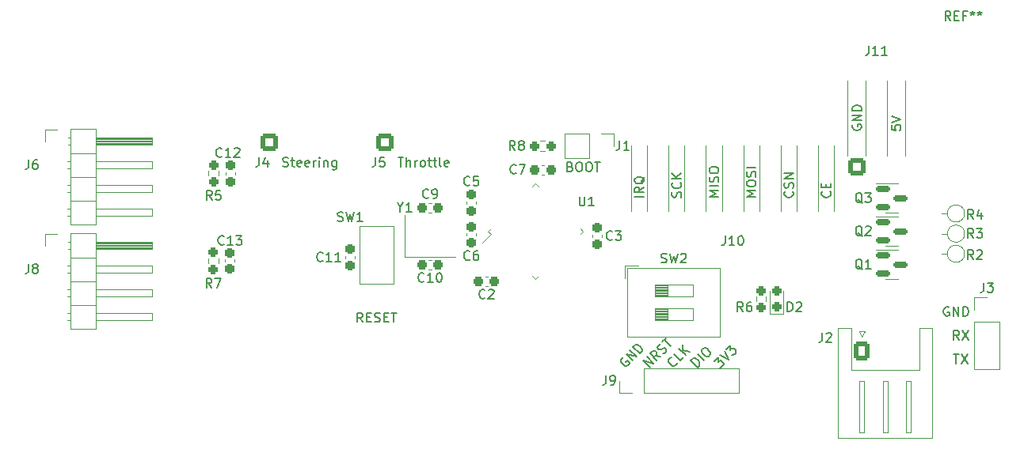
<source format=gto>
G04 #@! TF.GenerationSoftware,KiCad,Pcbnew,(6.0.2)*
G04 #@! TF.CreationDate,2022-03-23T19:36:03+01:00*
G04 #@! TF.ProjectId,ProjectTamiya_TX,50726f6a-6563-4745-9461-6d6979615f54,rev?*
G04 #@! TF.SameCoordinates,PX3750280PY4f27ac0*
G04 #@! TF.FileFunction,Legend,Top*
G04 #@! TF.FilePolarity,Positive*
%FSLAX46Y46*%
G04 Gerber Fmt 4.6, Leading zero omitted, Abs format (unit mm)*
G04 Created by KiCad (PCBNEW (6.0.2)) date 2022-03-23 19:36:03*
%MOMM*%
%LPD*%
G01*
G04 APERTURE LIST*
G04 Aperture macros list*
%AMRoundRect*
0 Rectangle with rounded corners*
0 $1 Rounding radius*
0 $2 $3 $4 $5 $6 $7 $8 $9 X,Y pos of 4 corners*
0 Add a 4 corners polygon primitive as box body*
4,1,4,$2,$3,$4,$5,$6,$7,$8,$9,$2,$3,0*
0 Add four circle primitives for the rounded corners*
1,1,$1+$1,$2,$3*
1,1,$1+$1,$4,$5*
1,1,$1+$1,$6,$7*
1,1,$1+$1,$8,$9*
0 Add four rect primitives between the rounded corners*
20,1,$1+$1,$2,$3,$4,$5,0*
20,1,$1+$1,$4,$5,$6,$7,0*
20,1,$1+$1,$6,$7,$8,$9,0*
20,1,$1+$1,$8,$9,$2,$3,0*%
G04 Aperture macros list end*
%ADD10C,0.150000*%
%ADD11C,0.120000*%
%ADD12C,5.500000*%
%ADD13R,1.700000X1.700000*%
%ADD14O,1.700000X1.700000*%
%ADD15RoundRect,0.237500X-0.237500X0.250000X-0.237500X-0.250000X0.237500X-0.250000X0.237500X0.250000X0*%
%ADD16RoundRect,0.237500X0.237500X-0.250000X0.237500X0.250000X-0.237500X0.250000X-0.237500X-0.250000X0*%
%ADD17R,1.600000X2.180000*%
%ADD18RoundRect,0.237500X-0.300000X-0.237500X0.300000X-0.237500X0.300000X0.237500X-0.300000X0.237500X0*%
%ADD19RoundRect,0.237500X-0.237500X0.300000X-0.237500X-0.300000X0.237500X-0.300000X0.237500X0.300000X0*%
%ADD20RoundRect,0.237500X0.300000X0.237500X-0.300000X0.237500X-0.300000X-0.237500X0.300000X-0.237500X0*%
%ADD21C,1.400000*%
%ADD22O,1.400000X1.400000*%
%ADD23RoundRect,0.075000X-0.415425X-0.521491X0.521491X0.415425X0.415425X0.521491X-0.521491X-0.415425X0*%
%ADD24RoundRect,0.075000X0.415425X-0.521491X0.521491X-0.415425X-0.415425X0.521491X-0.521491X0.415425X0*%
%ADD25RoundRect,0.250000X-0.675000X-0.675000X0.675000X-0.675000X0.675000X0.675000X-0.675000X0.675000X0*%
%ADD26C,1.850000*%
%ADD27RoundRect,0.250000X-0.600000X-0.725000X0.600000X-0.725000X0.600000X0.725000X-0.600000X0.725000X0*%
%ADD28O,1.700000X1.950000*%
%ADD29C,1.700000*%
%ADD30C,3.200000*%
%ADD31RoundRect,0.150000X-0.587500X-0.150000X0.587500X-0.150000X0.587500X0.150000X-0.587500X0.150000X0*%
%ADD32R,2.100000X1.800000*%
%ADD33RoundRect,0.237500X-0.250000X-0.237500X0.250000X-0.237500X0.250000X0.237500X-0.250000X0.237500X0*%
%ADD34RoundRect,0.237500X0.237500X-0.300000X0.237500X0.300000X-0.237500X0.300000X-0.237500X-0.300000X0*%
%ADD35C,1.600000*%
%ADD36O,1.600000X1.600000*%
%ADD37R,1.600000X1.600000*%
%ADD38RoundRect,0.237500X0.237500X-0.287500X0.237500X0.287500X-0.237500X0.287500X-0.237500X-0.287500X0*%
%ADD39R,1.800000X1.070000*%
%ADD40O,1.800000X1.070000*%
%ADD41C,2.000000*%
%ADD42C,2.200000*%
G04 APERTURE END LIST*
D10*
X93598380Y29582786D02*
X93598380Y29106596D01*
X94074571Y29058977D01*
X94026952Y29106596D01*
X93979333Y29201834D01*
X93979333Y29439929D01*
X94026952Y29535167D01*
X94074571Y29582786D01*
X94169809Y29630405D01*
X94407904Y29630405D01*
X94503142Y29582786D01*
X94550761Y29535167D01*
X94598380Y29439929D01*
X94598380Y29201834D01*
X94550761Y29106596D01*
X94503142Y29058977D01*
X93598380Y29916120D02*
X94598380Y30249453D01*
X93598380Y30582786D01*
X72859183Y3669421D02*
X72152076Y4376527D01*
X72320435Y4544886D01*
X72455122Y4612230D01*
X72589809Y4612230D01*
X72690824Y4578558D01*
X72859183Y4477543D01*
X72960198Y4376527D01*
X73061213Y4208169D01*
X73094885Y4107153D01*
X73094885Y3972466D01*
X73027542Y3837779D01*
X72859183Y3669421D01*
X73566290Y4376527D02*
X72859183Y5083634D01*
X73330587Y5555039D02*
X73465274Y5689726D01*
X73566290Y5723397D01*
X73700977Y5723397D01*
X73869335Y5622382D01*
X74105038Y5386680D01*
X74206053Y5218321D01*
X74206053Y5083634D01*
X74172381Y4982619D01*
X74037694Y4847932D01*
X73936679Y4814260D01*
X73801992Y4814260D01*
X73633633Y4915275D01*
X73397931Y5150978D01*
X73296916Y5319336D01*
X73296916Y5454023D01*
X73330587Y5555039D01*
X71081161Y21870777D02*
X71128780Y22013634D01*
X71128780Y22251729D01*
X71081161Y22346967D01*
X71033542Y22394586D01*
X70938304Y22442205D01*
X70843066Y22442205D01*
X70747828Y22394586D01*
X70700209Y22346967D01*
X70652590Y22251729D01*
X70604971Y22061253D01*
X70557352Y21966015D01*
X70509733Y21918396D01*
X70414495Y21870777D01*
X70319257Y21870777D01*
X70224019Y21918396D01*
X70176400Y21966015D01*
X70128780Y22061253D01*
X70128780Y22299348D01*
X70176400Y22442205D01*
X71033542Y23442205D02*
X71081161Y23394586D01*
X71128780Y23251729D01*
X71128780Y23156491D01*
X71081161Y23013634D01*
X70985923Y22918396D01*
X70890685Y22870777D01*
X70700209Y22823158D01*
X70557352Y22823158D01*
X70366876Y22870777D01*
X70271638Y22918396D01*
X70176400Y23013634D01*
X70128780Y23156491D01*
X70128780Y23251729D01*
X70176400Y23394586D01*
X70224019Y23442205D01*
X71128780Y23870777D02*
X70128780Y23870777D01*
X71128780Y24442205D02*
X70557352Y24013634D01*
X70128780Y24442205D02*
X70700209Y23870777D01*
X40838095Y26143620D02*
X41409523Y26143620D01*
X41123809Y25143620D02*
X41123809Y26143620D01*
X41742857Y25143620D02*
X41742857Y26143620D01*
X42171428Y25143620D02*
X42171428Y25667429D01*
X42123809Y25762667D01*
X42028571Y25810286D01*
X41885714Y25810286D01*
X41790476Y25762667D01*
X41742857Y25715048D01*
X42647619Y25143620D02*
X42647619Y25810286D01*
X42647619Y25619810D02*
X42695238Y25715048D01*
X42742857Y25762667D01*
X42838095Y25810286D01*
X42933333Y25810286D01*
X43409523Y25143620D02*
X43314285Y25191239D01*
X43266666Y25238858D01*
X43219047Y25334096D01*
X43219047Y25619810D01*
X43266666Y25715048D01*
X43314285Y25762667D01*
X43409523Y25810286D01*
X43552380Y25810286D01*
X43647619Y25762667D01*
X43695238Y25715048D01*
X43742857Y25619810D01*
X43742857Y25334096D01*
X43695238Y25238858D01*
X43647619Y25191239D01*
X43552380Y25143620D01*
X43409523Y25143620D01*
X44028571Y25810286D02*
X44409523Y25810286D01*
X44171428Y26143620D02*
X44171428Y25286477D01*
X44219047Y25191239D01*
X44314285Y25143620D01*
X44409523Y25143620D01*
X44600000Y25810286D02*
X44980952Y25810286D01*
X44742857Y26143620D02*
X44742857Y25286477D01*
X44790476Y25191239D01*
X44885714Y25143620D01*
X44980952Y25143620D01*
X45457142Y25143620D02*
X45361904Y25191239D01*
X45314285Y25286477D01*
X45314285Y26143620D01*
X46219047Y25191239D02*
X46123809Y25143620D01*
X45933333Y25143620D01*
X45838095Y25191239D01*
X45790476Y25286477D01*
X45790476Y25667429D01*
X45838095Y25762667D01*
X45933333Y25810286D01*
X46123809Y25810286D01*
X46219047Y25762667D01*
X46266666Y25667429D01*
X46266666Y25572191D01*
X45790476Y25476953D01*
X70655900Y4140825D02*
X70655900Y4073482D01*
X70588557Y3938795D01*
X70521213Y3871451D01*
X70386526Y3804108D01*
X70251839Y3804108D01*
X70150824Y3837779D01*
X69982465Y3938795D01*
X69881450Y4039810D01*
X69780435Y4208169D01*
X69746763Y4309184D01*
X69746763Y4443871D01*
X69814107Y4578558D01*
X69881450Y4645901D01*
X70016137Y4713245D01*
X70083481Y4713245D01*
X71363007Y4713245D02*
X71026290Y4376527D01*
X70319183Y5083634D01*
X71598709Y4948947D02*
X70891603Y5656054D01*
X72002770Y5353008D02*
X71295664Y5454023D01*
X71295664Y6060115D02*
X71295664Y5251993D01*
X100837333Y6601620D02*
X100504000Y7077810D01*
X100265904Y6601620D02*
X100265904Y7601620D01*
X100646857Y7601620D01*
X100742095Y7554000D01*
X100789714Y7506381D01*
X100837333Y7411143D01*
X100837333Y7268286D01*
X100789714Y7173048D01*
X100742095Y7125429D01*
X100646857Y7077810D01*
X100265904Y7077810D01*
X101170666Y7601620D02*
X101837333Y6601620D01*
X101837333Y7601620D02*
X101170666Y6601620D01*
X79104380Y21918396D02*
X78104380Y21918396D01*
X78818666Y22251729D01*
X78104380Y22585062D01*
X79104380Y22585062D01*
X78104380Y23251729D02*
X78104380Y23442205D01*
X78152000Y23537443D01*
X78247238Y23632681D01*
X78437714Y23680300D01*
X78771047Y23680300D01*
X78961523Y23632681D01*
X79056761Y23537443D01*
X79104380Y23442205D01*
X79104380Y23251729D01*
X79056761Y23156491D01*
X78961523Y23061253D01*
X78771047Y23013634D01*
X78437714Y23013634D01*
X78247238Y23061253D01*
X78152000Y23156491D01*
X78104380Y23251729D01*
X79056761Y24061253D02*
X79104380Y24204110D01*
X79104380Y24442205D01*
X79056761Y24537443D01*
X79009142Y24585062D01*
X78913904Y24632681D01*
X78818666Y24632681D01*
X78723428Y24585062D01*
X78675809Y24537443D01*
X78628190Y24442205D01*
X78580571Y24251729D01*
X78532952Y24156491D01*
X78485333Y24108872D01*
X78390095Y24061253D01*
X78294857Y24061253D01*
X78199619Y24108872D01*
X78152000Y24156491D01*
X78104380Y24251729D01*
X78104380Y24489824D01*
X78152000Y24632681D01*
X79104380Y25061253D02*
X78104380Y25061253D01*
X100242095Y5061620D02*
X100813523Y5061620D01*
X100527809Y4061620D02*
X100527809Y5061620D01*
X101051619Y5061620D02*
X101718285Y4061620D01*
X101718285Y5061620D02*
X101051619Y4061620D01*
X59260857Y25159429D02*
X59403714Y25111810D01*
X59451333Y25064191D01*
X59498952Y24968953D01*
X59498952Y24826096D01*
X59451333Y24730858D01*
X59403714Y24683239D01*
X59308476Y24635620D01*
X58927523Y24635620D01*
X58927523Y25635620D01*
X59260857Y25635620D01*
X59356095Y25588000D01*
X59403714Y25540381D01*
X59451333Y25445143D01*
X59451333Y25349905D01*
X59403714Y25254667D01*
X59356095Y25207048D01*
X59260857Y25159429D01*
X58927523Y25159429D01*
X60118000Y25635620D02*
X60308476Y25635620D01*
X60403714Y25588000D01*
X60498952Y25492762D01*
X60546571Y25302286D01*
X60546571Y24968953D01*
X60498952Y24778477D01*
X60403714Y24683239D01*
X60308476Y24635620D01*
X60118000Y24635620D01*
X60022761Y24683239D01*
X59927523Y24778477D01*
X59879904Y24968953D01*
X59879904Y25302286D01*
X59927523Y25492762D01*
X60022761Y25588000D01*
X60118000Y25635620D01*
X61165619Y25635620D02*
X61356095Y25635620D01*
X61451333Y25588000D01*
X61546571Y25492762D01*
X61594190Y25302286D01*
X61594190Y24968953D01*
X61546571Y24778477D01*
X61451333Y24683239D01*
X61356095Y24635620D01*
X61165619Y24635620D01*
X61070380Y24683239D01*
X60975142Y24778477D01*
X60927523Y24968953D01*
X60927523Y25302286D01*
X60975142Y25492762D01*
X61070380Y25588000D01*
X61165619Y25635620D01*
X61879904Y25635620D02*
X62451333Y25635620D01*
X62165619Y24635620D02*
X62165619Y25635620D01*
X75116580Y21918396D02*
X74116580Y21918396D01*
X74830866Y22251729D01*
X74116580Y22585062D01*
X75116580Y22585062D01*
X75116580Y23061253D02*
X74116580Y23061253D01*
X75068961Y23489824D02*
X75116580Y23632681D01*
X75116580Y23870777D01*
X75068961Y23966015D01*
X75021342Y24013634D01*
X74926104Y24061253D01*
X74830866Y24061253D01*
X74735628Y24013634D01*
X74688009Y23966015D01*
X74640390Y23870777D01*
X74592771Y23680300D01*
X74545152Y23585062D01*
X74497533Y23537443D01*
X74402295Y23489824D01*
X74307057Y23489824D01*
X74211819Y23537443D01*
X74164200Y23585062D01*
X74116580Y23680300D01*
X74116580Y23918396D01*
X74164200Y24061253D01*
X74116580Y24680300D02*
X74116580Y24870777D01*
X74164200Y24966015D01*
X74259438Y25061253D01*
X74449914Y25108872D01*
X74783247Y25108872D01*
X74973723Y25061253D01*
X75068961Y24966015D01*
X75116580Y24870777D01*
X75116580Y24680300D01*
X75068961Y24585062D01*
X74973723Y24489824D01*
X74783247Y24442205D01*
X74449914Y24442205D01*
X74259438Y24489824D01*
X74164200Y24585062D01*
X74116580Y24680300D01*
X64936137Y4713245D02*
X64835122Y4679573D01*
X64734107Y4578558D01*
X64666763Y4443871D01*
X64666763Y4309184D01*
X64700435Y4208169D01*
X64801450Y4039810D01*
X64902465Y3938795D01*
X65070824Y3837779D01*
X65171839Y3804108D01*
X65306526Y3804108D01*
X65441213Y3871451D01*
X65508557Y3938795D01*
X65575900Y4073482D01*
X65575900Y4140825D01*
X65340198Y4376527D01*
X65205511Y4241840D01*
X65946290Y4376527D02*
X65239183Y5083634D01*
X66350351Y4780588D01*
X65643244Y5487695D01*
X66687068Y5117306D02*
X65979961Y5824413D01*
X66148320Y5992771D01*
X66283007Y6060115D01*
X66417694Y6060115D01*
X66518709Y6026443D01*
X66687068Y5925428D01*
X66788083Y5824413D01*
X66889099Y5656054D01*
X66922770Y5555039D01*
X66922770Y5420352D01*
X66855427Y5285665D01*
X66687068Y5117306D01*
X87035542Y22489824D02*
X87083161Y22442205D01*
X87130780Y22299348D01*
X87130780Y22204110D01*
X87083161Y22061253D01*
X86987923Y21966015D01*
X86892685Y21918396D01*
X86702209Y21870777D01*
X86559352Y21870777D01*
X86368876Y21918396D01*
X86273638Y21966015D01*
X86178400Y22061253D01*
X86130780Y22204110D01*
X86130780Y22299348D01*
X86178400Y22442205D01*
X86226019Y22489824D01*
X86606971Y22918396D02*
X86606971Y23251729D01*
X87130780Y23394586D02*
X87130780Y22918396D01*
X86130780Y22918396D01*
X86130780Y23394586D01*
X83022342Y22489824D02*
X83069961Y22442205D01*
X83117580Y22299348D01*
X83117580Y22204110D01*
X83069961Y22061253D01*
X82974723Y21966015D01*
X82879485Y21918396D01*
X82689009Y21870777D01*
X82546152Y21870777D01*
X82355676Y21918396D01*
X82260438Y21966015D01*
X82165200Y22061253D01*
X82117580Y22204110D01*
X82117580Y22299348D01*
X82165200Y22442205D01*
X82212819Y22489824D01*
X83069961Y22870777D02*
X83117580Y23013634D01*
X83117580Y23251729D01*
X83069961Y23346967D01*
X83022342Y23394586D01*
X82927104Y23442205D01*
X82831866Y23442205D01*
X82736628Y23394586D01*
X82689009Y23346967D01*
X82641390Y23251729D01*
X82593771Y23061253D01*
X82546152Y22966015D01*
X82498533Y22918396D01*
X82403295Y22870777D01*
X82308057Y22870777D01*
X82212819Y22918396D01*
X82165200Y22966015D01*
X82117580Y23061253D01*
X82117580Y23299348D01*
X82165200Y23442205D01*
X83117580Y23870777D02*
X82117580Y23870777D01*
X83117580Y24442205D01*
X82117580Y24442205D01*
X89455000Y29630405D02*
X89407380Y29535167D01*
X89407380Y29392310D01*
X89455000Y29249453D01*
X89550238Y29154215D01*
X89645476Y29106596D01*
X89835952Y29058977D01*
X89978809Y29058977D01*
X90169285Y29106596D01*
X90264523Y29154215D01*
X90359761Y29249453D01*
X90407380Y29392310D01*
X90407380Y29487548D01*
X90359761Y29630405D01*
X90312142Y29678024D01*
X89978809Y29678024D01*
X89978809Y29487548D01*
X90407380Y30106596D02*
X89407380Y30106596D01*
X90407380Y30678024D01*
X89407380Y30678024D01*
X90407380Y31154215D02*
X89407380Y31154215D01*
X89407380Y31392310D01*
X89455000Y31535167D01*
X89550238Y31630405D01*
X89645476Y31678024D01*
X89835952Y31725643D01*
X89978809Y31725643D01*
X90169285Y31678024D01*
X90264523Y31630405D01*
X90359761Y31535167D01*
X90407380Y31392310D01*
X90407380Y31154215D01*
X28527047Y25191239D02*
X28669904Y25143620D01*
X28908000Y25143620D01*
X29003238Y25191239D01*
X29050857Y25238858D01*
X29098476Y25334096D01*
X29098476Y25429334D01*
X29050857Y25524572D01*
X29003238Y25572191D01*
X28908000Y25619810D01*
X28717523Y25667429D01*
X28622285Y25715048D01*
X28574666Y25762667D01*
X28527047Y25857905D01*
X28527047Y25953143D01*
X28574666Y26048381D01*
X28622285Y26096000D01*
X28717523Y26143620D01*
X28955619Y26143620D01*
X29098476Y26096000D01*
X29384190Y25810286D02*
X29765142Y25810286D01*
X29527047Y26143620D02*
X29527047Y25286477D01*
X29574666Y25191239D01*
X29669904Y25143620D01*
X29765142Y25143620D01*
X30479428Y25191239D02*
X30384190Y25143620D01*
X30193714Y25143620D01*
X30098476Y25191239D01*
X30050857Y25286477D01*
X30050857Y25667429D01*
X30098476Y25762667D01*
X30193714Y25810286D01*
X30384190Y25810286D01*
X30479428Y25762667D01*
X30527047Y25667429D01*
X30527047Y25572191D01*
X30050857Y25476953D01*
X31336571Y25191239D02*
X31241333Y25143620D01*
X31050857Y25143620D01*
X30955619Y25191239D01*
X30908000Y25286477D01*
X30908000Y25667429D01*
X30955619Y25762667D01*
X31050857Y25810286D01*
X31241333Y25810286D01*
X31336571Y25762667D01*
X31384190Y25667429D01*
X31384190Y25572191D01*
X30908000Y25476953D01*
X31812761Y25143620D02*
X31812761Y25810286D01*
X31812761Y25619810D02*
X31860380Y25715048D01*
X31908000Y25762667D01*
X32003238Y25810286D01*
X32098476Y25810286D01*
X32431809Y25143620D02*
X32431809Y25810286D01*
X32431809Y26143620D02*
X32384190Y26096000D01*
X32431809Y26048381D01*
X32479428Y26096000D01*
X32431809Y26143620D01*
X32431809Y26048381D01*
X32908000Y25810286D02*
X32908000Y25143620D01*
X32908000Y25715048D02*
X32955619Y25762667D01*
X33050857Y25810286D01*
X33193714Y25810286D01*
X33288952Y25762667D01*
X33336571Y25667429D01*
X33336571Y25143620D01*
X34241333Y25810286D02*
X34241333Y25000762D01*
X34193714Y24905524D01*
X34146095Y24857905D01*
X34050857Y24810286D01*
X33908000Y24810286D01*
X33812761Y24857905D01*
X34241333Y25191239D02*
X34146095Y25143620D01*
X33955619Y25143620D01*
X33860380Y25191239D01*
X33812761Y25238858D01*
X33765142Y25334096D01*
X33765142Y25619810D01*
X33812761Y25715048D01*
X33860380Y25762667D01*
X33955619Y25810286D01*
X34146095Y25810286D01*
X34241333Y25762667D01*
X37067619Y8506620D02*
X36734285Y8982810D01*
X36496190Y8506620D02*
X36496190Y9506620D01*
X36877142Y9506620D01*
X36972380Y9459000D01*
X37020000Y9411381D01*
X37067619Y9316143D01*
X37067619Y9173286D01*
X37020000Y9078048D01*
X36972380Y9030429D01*
X36877142Y8982810D01*
X36496190Y8982810D01*
X37496190Y9030429D02*
X37829523Y9030429D01*
X37972380Y8506620D02*
X37496190Y8506620D01*
X37496190Y9506620D01*
X37972380Y9506620D01*
X38353333Y8554239D02*
X38496190Y8506620D01*
X38734285Y8506620D01*
X38829523Y8554239D01*
X38877142Y8601858D01*
X38924761Y8697096D01*
X38924761Y8792334D01*
X38877142Y8887572D01*
X38829523Y8935191D01*
X38734285Y8982810D01*
X38543809Y9030429D01*
X38448571Y9078048D01*
X38400952Y9125667D01*
X38353333Y9220905D01*
X38353333Y9316143D01*
X38400952Y9411381D01*
X38448571Y9459000D01*
X38543809Y9506620D01*
X38781904Y9506620D01*
X38924761Y9459000D01*
X39353333Y9030429D02*
X39686666Y9030429D01*
X39829523Y8506620D02*
X39353333Y8506620D01*
X39353333Y9506620D01*
X39829523Y9506620D01*
X40115238Y9506620D02*
X40686666Y9506620D01*
X40400952Y8506620D02*
X40400952Y9506620D01*
X74624733Y4309184D02*
X75062465Y4746917D01*
X75096137Y4241840D01*
X75197152Y4342856D01*
X75298168Y4376527D01*
X75365511Y4376527D01*
X75466526Y4342856D01*
X75634885Y4174497D01*
X75668557Y4073482D01*
X75668557Y4006138D01*
X75634885Y3905123D01*
X75432855Y3703092D01*
X75331839Y3669421D01*
X75264496Y3669421D01*
X75264496Y4948947D02*
X76207305Y4477543D01*
X75735900Y5420352D01*
X75904259Y5588710D02*
X76341992Y6026443D01*
X76375664Y5521367D01*
X76476679Y5622382D01*
X76577694Y5656054D01*
X76645038Y5656054D01*
X76746053Y5622382D01*
X76914412Y5454023D01*
X76948083Y5353008D01*
X76948083Y5285665D01*
X76914412Y5184649D01*
X76712381Y4982619D01*
X76611366Y4948947D01*
X76544022Y4948947D01*
X99734095Y10094000D02*
X99638857Y10141620D01*
X99496000Y10141620D01*
X99353142Y10094000D01*
X99257904Y9998762D01*
X99210285Y9903524D01*
X99162666Y9713048D01*
X99162666Y9570191D01*
X99210285Y9379715D01*
X99257904Y9284477D01*
X99353142Y9189239D01*
X99496000Y9141620D01*
X99591238Y9141620D01*
X99734095Y9189239D01*
X99781714Y9236858D01*
X99781714Y9570191D01*
X99591238Y9570191D01*
X100210285Y9141620D02*
X100210285Y10141620D01*
X100781714Y9141620D01*
X100781714Y10141620D01*
X101257904Y9141620D02*
X101257904Y10141620D01*
X101496000Y10141620D01*
X101638857Y10094000D01*
X101734095Y9998762D01*
X101781714Y9903524D01*
X101829333Y9713048D01*
X101829333Y9570191D01*
X101781714Y9379715D01*
X101734095Y9284477D01*
X101638857Y9189239D01*
X101496000Y9141620D01*
X101257904Y9141620D01*
X67115580Y21918396D02*
X66115580Y21918396D01*
X67115580Y22966015D02*
X66639390Y22632681D01*
X67115580Y22394586D02*
X66115580Y22394586D01*
X66115580Y22775539D01*
X66163200Y22870777D01*
X66210819Y22918396D01*
X66306057Y22966015D01*
X66448914Y22966015D01*
X66544152Y22918396D01*
X66591771Y22870777D01*
X66639390Y22775539D01*
X66639390Y22394586D01*
X67210819Y24061253D02*
X67163200Y23966015D01*
X67067961Y23870777D01*
X66925104Y23727920D01*
X66877485Y23632681D01*
X66877485Y23537443D01*
X67115580Y23585062D02*
X67067961Y23489824D01*
X66972723Y23394586D01*
X66782247Y23346967D01*
X66448914Y23346967D01*
X66258438Y23394586D01*
X66163200Y23489824D01*
X66115580Y23585062D01*
X66115580Y23775539D01*
X66163200Y23870777D01*
X66258438Y23966015D01*
X66448914Y24013634D01*
X66782247Y24013634D01*
X66972723Y23966015D01*
X67067961Y23870777D01*
X67115580Y23775539D01*
X67115580Y23585062D01*
X67779183Y3669421D02*
X67072076Y4376527D01*
X68183244Y4073482D01*
X67476137Y4780588D01*
X68924022Y4814260D02*
X68351603Y4915275D01*
X68519961Y4410199D02*
X67812855Y5117306D01*
X68082229Y5386680D01*
X68183244Y5420352D01*
X68250587Y5420352D01*
X68351603Y5386680D01*
X68452618Y5285665D01*
X68486290Y5184649D01*
X68486290Y5117306D01*
X68452618Y5016291D01*
X68183244Y4746917D01*
X69159725Y5117306D02*
X69294412Y5184649D01*
X69462770Y5353008D01*
X69496442Y5454023D01*
X69496442Y5521367D01*
X69462770Y5622382D01*
X69395427Y5689726D01*
X69294412Y5723397D01*
X69227068Y5723397D01*
X69126053Y5689726D01*
X68957694Y5588710D01*
X68856679Y5555039D01*
X68789335Y5555039D01*
X68688320Y5588710D01*
X68620977Y5656054D01*
X68587305Y5757069D01*
X68587305Y5824413D01*
X68620977Y5925428D01*
X68789335Y6093787D01*
X68924022Y6161130D01*
X69092381Y6396832D02*
X69496442Y6800893D01*
X70001518Y5891756D02*
X69294412Y6598863D01*
X99916666Y40797620D02*
X99583333Y41273810D01*
X99345238Y40797620D02*
X99345238Y41797620D01*
X99726190Y41797620D01*
X99821428Y41750000D01*
X99869047Y41702381D01*
X99916666Y41607143D01*
X99916666Y41464286D01*
X99869047Y41369048D01*
X99821428Y41321429D01*
X99726190Y41273810D01*
X99345238Y41273810D01*
X100345238Y41321429D02*
X100678571Y41321429D01*
X100821428Y40797620D02*
X100345238Y40797620D01*
X100345238Y41797620D01*
X100821428Y41797620D01*
X101583333Y41321429D02*
X101250000Y41321429D01*
X101250000Y40797620D02*
X101250000Y41797620D01*
X101726190Y41797620D01*
X102250000Y41797620D02*
X102250000Y41559524D01*
X102011904Y41654762D02*
X102250000Y41559524D01*
X102488095Y41654762D01*
X102107142Y41369048D02*
X102250000Y41559524D01*
X102392857Y41369048D01*
X103011904Y41797620D02*
X103011904Y41559524D01*
X102773809Y41654762D02*
X103011904Y41559524D01*
X103250000Y41654762D01*
X102869047Y41369048D02*
X103011904Y41559524D01*
X103154761Y41369048D01*
X1356666Y14713620D02*
X1356666Y13999334D01*
X1309047Y13856477D01*
X1213809Y13761239D01*
X1070952Y13713620D01*
X975714Y13713620D01*
X1975714Y14285048D02*
X1880476Y14332667D01*
X1832857Y14380286D01*
X1785238Y14475524D01*
X1785238Y14523143D01*
X1832857Y14618381D01*
X1880476Y14666000D01*
X1975714Y14713620D01*
X2166190Y14713620D01*
X2261428Y14666000D01*
X2309047Y14618381D01*
X2356666Y14523143D01*
X2356666Y14475524D01*
X2309047Y14380286D01*
X2261428Y14332667D01*
X2166190Y14285048D01*
X1975714Y14285048D01*
X1880476Y14237429D01*
X1832857Y14189810D01*
X1785238Y14094572D01*
X1785238Y13904096D01*
X1832857Y13808858D01*
X1880476Y13761239D01*
X1975714Y13713620D01*
X2166190Y13713620D01*
X2261428Y13761239D01*
X2309047Y13808858D01*
X2356666Y13904096D01*
X2356666Y14094572D01*
X2309047Y14189810D01*
X2261428Y14237429D01*
X2166190Y14285048D01*
X20930833Y12189620D02*
X20597500Y12665810D01*
X20359404Y12189620D02*
X20359404Y13189620D01*
X20740357Y13189620D01*
X20835595Y13142000D01*
X20883214Y13094381D01*
X20930833Y12999143D01*
X20930833Y12856286D01*
X20883214Y12761048D01*
X20835595Y12713429D01*
X20740357Y12665810D01*
X20359404Y12665810D01*
X21264166Y13189620D02*
X21930833Y13189620D01*
X21502261Y12189620D01*
X77723333Y9649620D02*
X77390000Y10125810D01*
X77151904Y9649620D02*
X77151904Y10649620D01*
X77532857Y10649620D01*
X77628095Y10602000D01*
X77675714Y10554381D01*
X77723333Y10459143D01*
X77723333Y10316286D01*
X77675714Y10221048D01*
X77628095Y10173429D01*
X77532857Y10125810D01*
X77151904Y10125810D01*
X78580476Y10649620D02*
X78390000Y10649620D01*
X78294761Y10602000D01*
X78247142Y10554381D01*
X78151904Y10411524D01*
X78104285Y10221048D01*
X78104285Y9840096D01*
X78151904Y9744858D01*
X78199523Y9697239D01*
X78294761Y9649620D01*
X78485238Y9649620D01*
X78580476Y9697239D01*
X78628095Y9744858D01*
X78675714Y9840096D01*
X78675714Y10078191D01*
X78628095Y10173429D01*
X78580476Y10221048D01*
X78485238Y10268667D01*
X78294761Y10268667D01*
X78199523Y10221048D01*
X78151904Y10173429D01*
X78104285Y10078191D01*
X63078666Y2775620D02*
X63078666Y2061334D01*
X63031047Y1918477D01*
X62935809Y1823239D01*
X62792952Y1775620D01*
X62697714Y1775620D01*
X63602476Y1775620D02*
X63792952Y1775620D01*
X63888190Y1823239D01*
X63935809Y1870858D01*
X64031047Y2013715D01*
X64078666Y2204191D01*
X64078666Y2585143D01*
X64031047Y2680381D01*
X63983428Y2728000D01*
X63888190Y2775620D01*
X63697714Y2775620D01*
X63602476Y2728000D01*
X63554857Y2680381D01*
X63507238Y2585143D01*
X63507238Y2347048D01*
X63554857Y2251810D01*
X63602476Y2204191D01*
X63697714Y2156572D01*
X63888190Y2156572D01*
X63983428Y2204191D01*
X64031047Y2251810D01*
X64078666Y2347048D01*
X34392666Y19349239D02*
X34535523Y19301620D01*
X34773619Y19301620D01*
X34868857Y19349239D01*
X34916476Y19396858D01*
X34964095Y19492096D01*
X34964095Y19587334D01*
X34916476Y19682572D01*
X34868857Y19730191D01*
X34773619Y19777810D01*
X34583142Y19825429D01*
X34487904Y19873048D01*
X34440285Y19920667D01*
X34392666Y20015905D01*
X34392666Y20111143D01*
X34440285Y20206381D01*
X34487904Y20254000D01*
X34583142Y20301620D01*
X34821238Y20301620D01*
X34964095Y20254000D01*
X35297428Y20301620D02*
X35535523Y19301620D01*
X35726000Y20015905D01*
X35916476Y19301620D01*
X36154571Y20301620D01*
X37059333Y19301620D02*
X36487904Y19301620D01*
X36773619Y19301620D02*
X36773619Y20301620D01*
X36678380Y20158762D01*
X36583142Y20063524D01*
X36487904Y20015905D01*
X53466333Y24476858D02*
X53418714Y24429239D01*
X53275857Y24381620D01*
X53180619Y24381620D01*
X53037761Y24429239D01*
X52942523Y24524477D01*
X52894904Y24619715D01*
X52847285Y24810191D01*
X52847285Y24953048D01*
X52894904Y25143524D01*
X52942523Y25238762D01*
X53037761Y25334000D01*
X53180619Y25381620D01*
X53275857Y25381620D01*
X53418714Y25334000D01*
X53466333Y25286381D01*
X53799666Y25381620D02*
X54466333Y25381620D01*
X54037761Y24381620D01*
X22232642Y16856858D02*
X22185023Y16809239D01*
X22042166Y16761620D01*
X21946928Y16761620D01*
X21804071Y16809239D01*
X21708833Y16904477D01*
X21661214Y16999715D01*
X21613595Y17190191D01*
X21613595Y17333048D01*
X21661214Y17523524D01*
X21708833Y17618762D01*
X21804071Y17714000D01*
X21946928Y17761620D01*
X22042166Y17761620D01*
X22185023Y17714000D01*
X22232642Y17666381D01*
X23185023Y16761620D02*
X22613595Y16761620D01*
X22899309Y16761620D02*
X22899309Y17761620D01*
X22804071Y17618762D01*
X22708833Y17523524D01*
X22613595Y17475905D01*
X23518357Y17761620D02*
X24137404Y17761620D01*
X23804071Y17380667D01*
X23946928Y17380667D01*
X24042166Y17333048D01*
X24089785Y17285429D01*
X24137404Y17190191D01*
X24137404Y16952096D01*
X24089785Y16856858D01*
X24042166Y16809239D01*
X23946928Y16761620D01*
X23661214Y16761620D01*
X23565976Y16809239D01*
X23518357Y16856858D01*
X50137833Y11108858D02*
X50090214Y11061239D01*
X49947357Y11013620D01*
X49852119Y11013620D01*
X49709261Y11061239D01*
X49614023Y11156477D01*
X49566404Y11251715D01*
X49518785Y11442191D01*
X49518785Y11585048D01*
X49566404Y11775524D01*
X49614023Y11870762D01*
X49709261Y11966000D01*
X49852119Y12013620D01*
X49947357Y12013620D01*
X50090214Y11966000D01*
X50137833Y11918381D01*
X50518785Y11918381D02*
X50566404Y11966000D01*
X50661642Y12013620D01*
X50899738Y12013620D01*
X50994976Y11966000D01*
X51042595Y11918381D01*
X51090214Y11823143D01*
X51090214Y11727905D01*
X51042595Y11585048D01*
X50471166Y11013620D01*
X51090214Y11013620D01*
X102361333Y17523620D02*
X102028000Y17999810D01*
X101789904Y17523620D02*
X101789904Y18523620D01*
X102170857Y18523620D01*
X102266095Y18476000D01*
X102313714Y18428381D01*
X102361333Y18333143D01*
X102361333Y18190286D01*
X102313714Y18095048D01*
X102266095Y18047429D01*
X102170857Y17999810D01*
X101789904Y17999810D01*
X102694666Y18523620D02*
X103313714Y18523620D01*
X102980380Y18142667D01*
X103123238Y18142667D01*
X103218476Y18095048D01*
X103266095Y18047429D01*
X103313714Y17952191D01*
X103313714Y17714096D01*
X103266095Y17618858D01*
X103218476Y17571239D01*
X103123238Y17523620D01*
X102837523Y17523620D01*
X102742285Y17571239D01*
X102694666Y17618858D01*
X102361333Y15237620D02*
X102028000Y15713810D01*
X101789904Y15237620D02*
X101789904Y16237620D01*
X102170857Y16237620D01*
X102266095Y16190000D01*
X102313714Y16142381D01*
X102361333Y16047143D01*
X102361333Y15904286D01*
X102313714Y15809048D01*
X102266095Y15761429D01*
X102170857Y15713810D01*
X101789904Y15713810D01*
X102742285Y16142381D02*
X102789904Y16190000D01*
X102885142Y16237620D01*
X103123238Y16237620D01*
X103218476Y16190000D01*
X103266095Y16142381D01*
X103313714Y16047143D01*
X103313714Y15951905D01*
X103266095Y15809048D01*
X102694666Y15237620D01*
X103313714Y15237620D01*
X60237095Y21952620D02*
X60237095Y21143096D01*
X60284714Y21047858D01*
X60332333Y21000239D01*
X60427571Y20952620D01*
X60618047Y20952620D01*
X60713285Y21000239D01*
X60760904Y21047858D01*
X60808523Y21143096D01*
X60808523Y21952620D01*
X61808523Y20952620D02*
X61237095Y20952620D01*
X61522809Y20952620D02*
X61522809Y21952620D01*
X61427571Y21809762D01*
X61332333Y21714524D01*
X61237095Y21666905D01*
X38440666Y26143620D02*
X38440666Y25429334D01*
X38393047Y25286477D01*
X38297809Y25191239D01*
X38154952Y25143620D01*
X38059714Y25143620D01*
X39393047Y26143620D02*
X38916857Y26143620D01*
X38869238Y25667429D01*
X38916857Y25715048D01*
X39012095Y25762667D01*
X39250190Y25762667D01*
X39345428Y25715048D01*
X39393047Y25667429D01*
X39440666Y25572191D01*
X39440666Y25334096D01*
X39393047Y25238858D01*
X39345428Y25191239D01*
X39250190Y25143620D01*
X39012095Y25143620D01*
X38916857Y25191239D01*
X38869238Y25238858D01*
X86192666Y7347620D02*
X86192666Y6633334D01*
X86145047Y6490477D01*
X86049809Y6395239D01*
X85906952Y6347620D01*
X85811714Y6347620D01*
X86621238Y7252381D02*
X86668857Y7300000D01*
X86764095Y7347620D01*
X87002190Y7347620D01*
X87097428Y7300000D01*
X87145047Y7252381D01*
X87192666Y7157143D01*
X87192666Y7061905D01*
X87145047Y6919048D01*
X86573619Y6347620D01*
X87192666Y6347620D01*
X64543166Y27921620D02*
X64543166Y27207334D01*
X64495547Y27064477D01*
X64400309Y26969239D01*
X64257452Y26921620D01*
X64162214Y26921620D01*
X65543166Y26921620D02*
X64971738Y26921620D01*
X65257452Y26921620D02*
X65257452Y27921620D01*
X65162214Y27778762D01*
X65066976Y27683524D01*
X64971738Y27635905D01*
X63753333Y17364858D02*
X63705714Y17317239D01*
X63562857Y17269620D01*
X63467619Y17269620D01*
X63324761Y17317239D01*
X63229523Y17412477D01*
X63181904Y17507715D01*
X63134285Y17698191D01*
X63134285Y17841048D01*
X63181904Y18031524D01*
X63229523Y18126762D01*
X63324761Y18222000D01*
X63467619Y18269620D01*
X63562857Y18269620D01*
X63705714Y18222000D01*
X63753333Y18174381D01*
X64086666Y18269620D02*
X64705714Y18269620D01*
X64372380Y17888667D01*
X64515238Y17888667D01*
X64610476Y17841048D01*
X64658095Y17793429D01*
X64705714Y17698191D01*
X64705714Y17460096D01*
X64658095Y17364858D01*
X64610476Y17317239D01*
X64515238Y17269620D01*
X64229523Y17269620D01*
X64134285Y17317239D01*
X64086666Y17364858D01*
X43618642Y12886858D02*
X43571023Y12839239D01*
X43428166Y12791620D01*
X43332928Y12791620D01*
X43190071Y12839239D01*
X43094833Y12934477D01*
X43047214Y13029715D01*
X42999595Y13220191D01*
X42999595Y13363048D01*
X43047214Y13553524D01*
X43094833Y13648762D01*
X43190071Y13744000D01*
X43332928Y13791620D01*
X43428166Y13791620D01*
X43571023Y13744000D01*
X43618642Y13696381D01*
X44571023Y12791620D02*
X43999595Y12791620D01*
X44285309Y12791620D02*
X44285309Y13791620D01*
X44190071Y13648762D01*
X44094833Y13553524D01*
X43999595Y13505905D01*
X45190071Y13791620D02*
X45285309Y13791620D01*
X45380547Y13744000D01*
X45428166Y13696381D01*
X45475785Y13601143D01*
X45523404Y13410667D01*
X45523404Y13172572D01*
X45475785Y12982096D01*
X45428166Y12886858D01*
X45380547Y12839239D01*
X45285309Y12791620D01*
X45190071Y12791620D01*
X45094833Y12839239D01*
X45047214Y12886858D01*
X44999595Y12982096D01*
X44951976Y13172572D01*
X44951976Y13410667D01*
X44999595Y13601143D01*
X45047214Y13696381D01*
X45094833Y13744000D01*
X45190071Y13791620D01*
X90494761Y14126381D02*
X90399523Y14174000D01*
X90304285Y14269239D01*
X90161428Y14412096D01*
X90066190Y14459715D01*
X89970952Y14459715D01*
X90018571Y14221620D02*
X89923333Y14269239D01*
X89828095Y14364477D01*
X89780476Y14554953D01*
X89780476Y14888286D01*
X89828095Y15078762D01*
X89923333Y15174000D01*
X90018571Y15221620D01*
X90209047Y15221620D01*
X90304285Y15174000D01*
X90399523Y15078762D01*
X90447142Y14888286D01*
X90447142Y14554953D01*
X90399523Y14364477D01*
X90304285Y14269239D01*
X90209047Y14221620D01*
X90018571Y14221620D01*
X91399523Y14221620D02*
X90828095Y14221620D01*
X91113809Y14221620D02*
X91113809Y15221620D01*
X91018571Y15078762D01*
X90923333Y14983524D01*
X90828095Y14935905D01*
X25994666Y26143620D02*
X25994666Y25429334D01*
X25947047Y25286477D01*
X25851809Y25191239D01*
X25708952Y25143620D01*
X25613714Y25143620D01*
X26899428Y25810286D02*
X26899428Y25143620D01*
X26661333Y26191239D02*
X26423238Y25476953D01*
X27042285Y25476953D01*
X44094833Y21842858D02*
X44047214Y21795239D01*
X43904357Y21747620D01*
X43809119Y21747620D01*
X43666261Y21795239D01*
X43571023Y21890477D01*
X43523404Y21985715D01*
X43475785Y22176191D01*
X43475785Y22319048D01*
X43523404Y22509524D01*
X43571023Y22604762D01*
X43666261Y22700000D01*
X43809119Y22747620D01*
X43904357Y22747620D01*
X44047214Y22700000D01*
X44094833Y22652381D01*
X44571023Y21747620D02*
X44761500Y21747620D01*
X44856738Y21795239D01*
X44904357Y21842858D01*
X44999595Y21985715D01*
X45047214Y22176191D01*
X45047214Y22557143D01*
X44999595Y22652381D01*
X44951976Y22700000D01*
X44856738Y22747620D01*
X44666261Y22747620D01*
X44571023Y22700000D01*
X44523404Y22652381D01*
X44475785Y22557143D01*
X44475785Y22319048D01*
X44523404Y22223810D01*
X44571023Y22176191D01*
X44666261Y22128572D01*
X44856738Y22128572D01*
X44951976Y22176191D01*
X44999595Y22223810D01*
X45047214Y22319048D01*
X102361333Y19555620D02*
X102028000Y20031810D01*
X101789904Y19555620D02*
X101789904Y20555620D01*
X102170857Y20555620D01*
X102266095Y20508000D01*
X102313714Y20460381D01*
X102361333Y20365143D01*
X102361333Y20222286D01*
X102313714Y20127048D01*
X102266095Y20079429D01*
X102170857Y20031810D01*
X101789904Y20031810D01*
X103218476Y20222286D02*
X103218476Y19555620D01*
X102980380Y20603239D02*
X102742285Y19888953D01*
X103361333Y19888953D01*
X41091809Y20793810D02*
X41091809Y20317620D01*
X40758476Y21317620D02*
X41091809Y20793810D01*
X41425142Y21317620D01*
X42282285Y20317620D02*
X41710857Y20317620D01*
X41996571Y20317620D02*
X41996571Y21317620D01*
X41901333Y21174762D01*
X41806095Y21079524D01*
X41710857Y21031905D01*
X90494761Y17682381D02*
X90399523Y17730000D01*
X90304285Y17825239D01*
X90161428Y17968096D01*
X90066190Y18015715D01*
X89970952Y18015715D01*
X90018571Y17777620D02*
X89923333Y17825239D01*
X89828095Y17920477D01*
X89780476Y18110953D01*
X89780476Y18444286D01*
X89828095Y18634762D01*
X89923333Y18730000D01*
X90018571Y18777620D01*
X90209047Y18777620D01*
X90304285Y18730000D01*
X90399523Y18634762D01*
X90447142Y18444286D01*
X90447142Y18110953D01*
X90399523Y17920477D01*
X90304285Y17825239D01*
X90209047Y17777620D01*
X90018571Y17777620D01*
X90828095Y18682381D02*
X90875714Y18730000D01*
X90970952Y18777620D01*
X91209047Y18777620D01*
X91304285Y18730000D01*
X91351904Y18682381D01*
X91399523Y18587143D01*
X91399523Y18491905D01*
X91351904Y18349048D01*
X90780476Y17777620D01*
X91399523Y17777620D01*
X53362833Y26921620D02*
X53029500Y27397810D01*
X52791404Y26921620D02*
X52791404Y27921620D01*
X53172357Y27921620D01*
X53267595Y27874000D01*
X53315214Y27826381D01*
X53362833Y27731143D01*
X53362833Y27588286D01*
X53315214Y27493048D01*
X53267595Y27445429D01*
X53172357Y27397810D01*
X52791404Y27397810D01*
X53934261Y27493048D02*
X53839023Y27540667D01*
X53791404Y27588286D01*
X53743785Y27683524D01*
X53743785Y27731143D01*
X53791404Y27826381D01*
X53839023Y27874000D01*
X53934261Y27921620D01*
X54124738Y27921620D01*
X54219976Y27874000D01*
X54267595Y27826381D01*
X54315214Y27731143D01*
X54315214Y27683524D01*
X54267595Y27588286D01*
X54219976Y27540667D01*
X54124738Y27493048D01*
X53934261Y27493048D01*
X53839023Y27445429D01*
X53791404Y27397810D01*
X53743785Y27302572D01*
X53743785Y27112096D01*
X53791404Y27016858D01*
X53839023Y26969239D01*
X53934261Y26921620D01*
X54124738Y26921620D01*
X54219976Y26969239D01*
X54267595Y27016858D01*
X54315214Y27112096D01*
X54315214Y27302572D01*
X54267595Y27397810D01*
X54219976Y27445429D01*
X54124738Y27493048D01*
X48513333Y23206858D02*
X48465714Y23159239D01*
X48322857Y23111620D01*
X48227619Y23111620D01*
X48084761Y23159239D01*
X47989523Y23254477D01*
X47941904Y23349715D01*
X47894285Y23540191D01*
X47894285Y23683048D01*
X47941904Y23873524D01*
X47989523Y23968762D01*
X48084761Y24064000D01*
X48227619Y24111620D01*
X48322857Y24111620D01*
X48465714Y24064000D01*
X48513333Y24016381D01*
X49418095Y24111620D02*
X48941904Y24111620D01*
X48894285Y23635429D01*
X48941904Y23683048D01*
X49037142Y23730667D01*
X49275238Y23730667D01*
X49370476Y23683048D01*
X49418095Y23635429D01*
X49465714Y23540191D01*
X49465714Y23302096D01*
X49418095Y23206858D01*
X49370476Y23159239D01*
X49275238Y23111620D01*
X49037142Y23111620D01*
X48941904Y23159239D01*
X48894285Y23206858D01*
X20954333Y21587620D02*
X20621000Y22063810D01*
X20382904Y21587620D02*
X20382904Y22587620D01*
X20763857Y22587620D01*
X20859095Y22540000D01*
X20906714Y22492381D01*
X20954333Y22397143D01*
X20954333Y22254286D01*
X20906714Y22159048D01*
X20859095Y22111429D01*
X20763857Y22063810D01*
X20382904Y22063810D01*
X21859095Y22587620D02*
X21382904Y22587620D01*
X21335285Y22111429D01*
X21382904Y22159048D01*
X21478142Y22206667D01*
X21716238Y22206667D01*
X21811476Y22159048D01*
X21859095Y22111429D01*
X21906714Y22016191D01*
X21906714Y21778096D01*
X21859095Y21682858D01*
X21811476Y21635239D01*
X21716238Y21587620D01*
X21478142Y21587620D01*
X21382904Y21635239D01*
X21335285Y21682858D01*
X48513333Y15232358D02*
X48465714Y15184739D01*
X48322857Y15137120D01*
X48227619Y15137120D01*
X48084761Y15184739D01*
X47989523Y15279977D01*
X47941904Y15375215D01*
X47894285Y15565691D01*
X47894285Y15708548D01*
X47941904Y15899024D01*
X47989523Y15994262D01*
X48084761Y16089500D01*
X48227619Y16137120D01*
X48322857Y16137120D01*
X48465714Y16089500D01*
X48513333Y16041881D01*
X49370476Y16137120D02*
X49180000Y16137120D01*
X49084761Y16089500D01*
X49037142Y16041881D01*
X48941904Y15899024D01*
X48894285Y15708548D01*
X48894285Y15327596D01*
X48941904Y15232358D01*
X48989523Y15184739D01*
X49084761Y15137120D01*
X49275238Y15137120D01*
X49370476Y15184739D01*
X49418095Y15232358D01*
X49465714Y15327596D01*
X49465714Y15565691D01*
X49418095Y15660929D01*
X49370476Y15708548D01*
X49275238Y15756167D01*
X49084761Y15756167D01*
X48989523Y15708548D01*
X48941904Y15660929D01*
X48894285Y15565691D01*
X68979166Y14900239D02*
X69122023Y14852620D01*
X69360119Y14852620D01*
X69455357Y14900239D01*
X69502976Y14947858D01*
X69550595Y15043096D01*
X69550595Y15138334D01*
X69502976Y15233572D01*
X69455357Y15281191D01*
X69360119Y15328810D01*
X69169642Y15376429D01*
X69074404Y15424048D01*
X69026785Y15471667D01*
X68979166Y15566905D01*
X68979166Y15662143D01*
X69026785Y15757381D01*
X69074404Y15805000D01*
X69169642Y15852620D01*
X69407738Y15852620D01*
X69550595Y15805000D01*
X69883928Y15852620D02*
X70122023Y14852620D01*
X70312500Y15566905D01*
X70502976Y14852620D01*
X70741071Y15852620D01*
X71074404Y15757381D02*
X71122023Y15805000D01*
X71217261Y15852620D01*
X71455357Y15852620D01*
X71550595Y15805000D01*
X71598214Y15757381D01*
X71645833Y15662143D01*
X71645833Y15566905D01*
X71598214Y15424048D01*
X71026785Y14852620D01*
X71645833Y14852620D01*
X22002142Y26254858D02*
X21954523Y26207239D01*
X21811666Y26159620D01*
X21716428Y26159620D01*
X21573571Y26207239D01*
X21478333Y26302477D01*
X21430714Y26397715D01*
X21383095Y26588191D01*
X21383095Y26731048D01*
X21430714Y26921524D01*
X21478333Y27016762D01*
X21573571Y27112000D01*
X21716428Y27159620D01*
X21811666Y27159620D01*
X21954523Y27112000D01*
X22002142Y27064381D01*
X22954523Y26159620D02*
X22383095Y26159620D01*
X22668809Y26159620D02*
X22668809Y27159620D01*
X22573571Y27016762D01*
X22478333Y26921524D01*
X22383095Y26873905D01*
X23335476Y27064381D02*
X23383095Y27112000D01*
X23478333Y27159620D01*
X23716428Y27159620D01*
X23811666Y27112000D01*
X23859285Y27064381D01*
X23906904Y26969143D01*
X23906904Y26873905D01*
X23859285Y26731048D01*
X23287857Y26159620D01*
X23906904Y26159620D01*
X32797142Y15078858D02*
X32749523Y15031239D01*
X32606666Y14983620D01*
X32511428Y14983620D01*
X32368571Y15031239D01*
X32273333Y15126477D01*
X32225714Y15221715D01*
X32178095Y15412191D01*
X32178095Y15555048D01*
X32225714Y15745524D01*
X32273333Y15840762D01*
X32368571Y15936000D01*
X32511428Y15983620D01*
X32606666Y15983620D01*
X32749523Y15936000D01*
X32797142Y15888381D01*
X33749523Y14983620D02*
X33178095Y14983620D01*
X33463809Y14983620D02*
X33463809Y15983620D01*
X33368571Y15840762D01*
X33273333Y15745524D01*
X33178095Y15697905D01*
X34701904Y14983620D02*
X34130476Y14983620D01*
X34416190Y14983620D02*
X34416190Y15983620D01*
X34320952Y15840762D01*
X34225714Y15745524D01*
X34130476Y15697905D01*
X82485904Y9649620D02*
X82485904Y10649620D01*
X82724000Y10649620D01*
X82866857Y10602000D01*
X82962095Y10506762D01*
X83009714Y10411524D01*
X83057333Y10221048D01*
X83057333Y10078191D01*
X83009714Y9887715D01*
X82962095Y9792477D01*
X82866857Y9697239D01*
X82724000Y9649620D01*
X82485904Y9649620D01*
X83438285Y10554381D02*
X83485904Y10602000D01*
X83581142Y10649620D01*
X83819238Y10649620D01*
X83914476Y10602000D01*
X83962095Y10554381D01*
X84009714Y10459143D01*
X84009714Y10363905D01*
X83962095Y10221048D01*
X83390666Y9649620D01*
X84009714Y9649620D01*
X90494761Y21238381D02*
X90399523Y21286000D01*
X90304285Y21381239D01*
X90161428Y21524096D01*
X90066190Y21571715D01*
X89970952Y21571715D01*
X90018571Y21333620D02*
X89923333Y21381239D01*
X89828095Y21476477D01*
X89780476Y21666953D01*
X89780476Y22000286D01*
X89828095Y22190762D01*
X89923333Y22286000D01*
X90018571Y22333620D01*
X90209047Y22333620D01*
X90304285Y22286000D01*
X90399523Y22190762D01*
X90447142Y22000286D01*
X90447142Y21666953D01*
X90399523Y21476477D01*
X90304285Y21381239D01*
X90209047Y21333620D01*
X90018571Y21333620D01*
X90780476Y22333620D02*
X91399523Y22333620D01*
X91066190Y21952667D01*
X91209047Y21952667D01*
X91304285Y21905048D01*
X91351904Y21857429D01*
X91399523Y21762191D01*
X91399523Y21524096D01*
X91351904Y21428858D01*
X91304285Y21381239D01*
X91209047Y21333620D01*
X90923333Y21333620D01*
X90828095Y21381239D01*
X90780476Y21428858D01*
X1356666Y25889620D02*
X1356666Y25175334D01*
X1309047Y25032477D01*
X1213809Y24937239D01*
X1070952Y24889620D01*
X975714Y24889620D01*
X2261428Y25889620D02*
X2070952Y25889620D01*
X1975714Y25842000D01*
X1928095Y25794381D01*
X1832857Y25651524D01*
X1785238Y25461048D01*
X1785238Y25080096D01*
X1832857Y24984858D01*
X1880476Y24937239D01*
X1975714Y24889620D01*
X2166190Y24889620D01*
X2261428Y24937239D01*
X2309047Y24984858D01*
X2356666Y25080096D01*
X2356666Y25318191D01*
X2309047Y25413429D01*
X2261428Y25461048D01*
X2166190Y25508667D01*
X1975714Y25508667D01*
X1880476Y25461048D01*
X1832857Y25413429D01*
X1785238Y25318191D01*
X103464666Y12710620D02*
X103464666Y11996334D01*
X103417047Y11853477D01*
X103321809Y11758239D01*
X103178952Y11710620D01*
X103083714Y11710620D01*
X103845619Y12710620D02*
X104464666Y12710620D01*
X104131333Y12329667D01*
X104274190Y12329667D01*
X104369428Y12282048D01*
X104417047Y12234429D01*
X104464666Y12139191D01*
X104464666Y11901096D01*
X104417047Y11805858D01*
X104369428Y11758239D01*
X104274190Y11710620D01*
X103988476Y11710620D01*
X103893238Y11758239D01*
X103845619Y11805858D01*
X75810476Y17740620D02*
X75810476Y17026334D01*
X75762857Y16883477D01*
X75667619Y16788239D01*
X75524761Y16740620D01*
X75429523Y16740620D01*
X76810476Y16740620D02*
X76239047Y16740620D01*
X76524761Y16740620D02*
X76524761Y17740620D01*
X76429523Y17597762D01*
X76334285Y17502524D01*
X76239047Y17454905D01*
X77429523Y17740620D02*
X77524761Y17740620D01*
X77620000Y17693000D01*
X77667619Y17645381D01*
X77715238Y17550143D01*
X77762857Y17359667D01*
X77762857Y17121572D01*
X77715238Y16931096D01*
X77667619Y16835858D01*
X77620000Y16788239D01*
X77524761Y16740620D01*
X77429523Y16740620D01*
X77334285Y16788239D01*
X77286666Y16835858D01*
X77239047Y16931096D01*
X77191428Y17121572D01*
X77191428Y17359667D01*
X77239047Y17550143D01*
X77286666Y17645381D01*
X77334285Y17693000D01*
X77429523Y17740620D01*
X91177476Y38081620D02*
X91177476Y37367334D01*
X91129857Y37224477D01*
X91034619Y37129239D01*
X90891761Y37081620D01*
X90796523Y37081620D01*
X92177476Y37081620D02*
X91606047Y37081620D01*
X91891761Y37081620D02*
X91891761Y38081620D01*
X91796523Y37938762D01*
X91701285Y37843524D01*
X91606047Y37795905D01*
X93129857Y37081620D02*
X92558428Y37081620D01*
X92844142Y37081620D02*
X92844142Y38081620D01*
X92748904Y37938762D01*
X92653666Y37843524D01*
X92558428Y37795905D01*
D11*
X5469929Y13776000D02*
X5867000Y13776000D01*
X8527000Y16656000D02*
X14527000Y16656000D01*
X5469929Y8696000D02*
X5867000Y8696000D01*
X14527000Y16316000D02*
X8527000Y16316000D01*
X5867000Y10346000D02*
X8527000Y10346000D01*
X5867000Y15426000D02*
X8527000Y15426000D01*
X8527000Y16416000D02*
X14527000Y16416000D01*
X14527000Y8696000D02*
X8527000Y8696000D01*
X3157000Y16696000D02*
X3157000Y17966000D01*
X5469929Y11236000D02*
X5867000Y11236000D01*
X8527000Y17016000D02*
X14527000Y17016000D01*
X8527000Y9456000D02*
X14527000Y9456000D01*
X8527000Y18026000D02*
X5867000Y18026000D01*
X5469929Y11996000D02*
X5867000Y11996000D01*
X8527000Y16896000D02*
X14527000Y16896000D01*
X8527000Y16536000D02*
X14527000Y16536000D01*
X5867000Y12886000D02*
X8527000Y12886000D01*
X14527000Y13776000D02*
X8527000Y13776000D01*
X5867000Y7746000D02*
X8527000Y7746000D01*
X8527000Y16776000D02*
X14527000Y16776000D01*
X14527000Y9456000D02*
X14527000Y8696000D01*
X14527000Y17076000D02*
X14527000Y16316000D01*
X3157000Y17966000D02*
X4427000Y17966000D01*
X5469929Y9456000D02*
X5867000Y9456000D01*
X5469929Y14536000D02*
X5867000Y14536000D01*
X8527000Y7746000D02*
X8527000Y18026000D01*
X14527000Y14536000D02*
X14527000Y13776000D01*
X5537000Y17076000D02*
X5867000Y17076000D01*
X14527000Y11236000D02*
X8527000Y11236000D01*
X5537000Y16316000D02*
X5867000Y16316000D01*
X8527000Y11996000D02*
X14527000Y11996000D01*
X5867000Y18026000D02*
X5867000Y7746000D01*
X14527000Y11996000D02*
X14527000Y11236000D01*
X8527000Y17076000D02*
X14527000Y17076000D01*
X8527000Y14536000D02*
X14527000Y14536000D01*
X21620000Y15333224D02*
X21620000Y14823776D01*
X20575000Y15333224D02*
X20575000Y14823776D01*
X80190500Y10712776D02*
X80190500Y11222224D01*
X79145500Y10712776D02*
X79145500Y11222224D01*
X77320000Y898000D02*
X77320000Y3558000D01*
X64500000Y898000D02*
X64500000Y2228000D01*
X67100000Y898000D02*
X77320000Y898000D01*
X67100000Y3558000D02*
X77320000Y3558000D01*
X65830000Y898000D02*
X64500000Y898000D01*
X67100000Y898000D02*
X67100000Y3558000D01*
X36710000Y18750000D02*
X40330000Y18750000D01*
X40330000Y18750000D02*
X40330000Y12630000D01*
X36710000Y12630000D02*
X36710000Y18750000D01*
X40330000Y12630000D02*
X36710000Y12630000D01*
X56180233Y25344000D02*
X56472767Y25344000D01*
X56180233Y24324000D02*
X56472767Y24324000D01*
X23385500Y15227767D02*
X23385500Y14935233D01*
X22365500Y15227767D02*
X22365500Y14935233D01*
X50450767Y12386000D02*
X50158233Y12386000D01*
X50450767Y13406000D02*
X50158233Y13406000D01*
X99576000Y17976000D02*
X98956000Y17976000D01*
X101416000Y17976000D02*
G75*
G03*
X101416000Y17976000I-920000J0D01*
G01*
X99576000Y15817000D02*
X98956000Y15817000D01*
X101416000Y15817000D02*
G75*
G03*
X101416000Y15817000I-920000J0D01*
G01*
X50432689Y18230000D02*
X50750887Y17911802D01*
X50750887Y17911802D02*
X49838719Y16999634D01*
X60325113Y17911802D02*
X60643311Y18230000D01*
X55538000Y23335311D02*
X55856198Y23017113D01*
X55219802Y23017113D02*
X55538000Y23335311D01*
X50750887Y18548198D02*
X50432689Y18230000D01*
X55856198Y13442887D02*
X55538000Y13124689D01*
X60643311Y18230000D02*
X60325113Y18548198D01*
X55538000Y13124689D02*
X55219802Y13442887D01*
X90166000Y-3276000D02*
X90666000Y-3276000D01*
X90666000Y-3276000D02*
X90666000Y2224000D01*
X96556000Y7834000D02*
X96556000Y3334000D01*
X90666000Y2224000D02*
X90166000Y2224000D01*
X95166000Y2224000D02*
X95166000Y-3276000D01*
X92916000Y-3886000D02*
X97976000Y-3886000D01*
X90166000Y2224000D02*
X90166000Y-3276000D01*
X90416000Y6924000D02*
X90116000Y7524000D01*
X93166000Y-3276000D02*
X93166000Y2224000D01*
X93166000Y2224000D02*
X92666000Y2224000D01*
X89276000Y7834000D02*
X89276000Y3334000D01*
X92666000Y-3276000D02*
X93166000Y-3276000D01*
X97976000Y-3886000D02*
X97976000Y7834000D01*
X95666000Y2224000D02*
X95166000Y2224000D01*
X96556000Y3334000D02*
X92916000Y3334000D01*
X92666000Y2224000D02*
X92666000Y-3276000D01*
X90116000Y7524000D02*
X90716000Y7524000D01*
X97976000Y7834000D02*
X96556000Y7834000D01*
X95166000Y-3276000D02*
X95666000Y-3276000D01*
X87856000Y-3886000D02*
X87856000Y7834000D01*
X95666000Y-3276000D02*
X95666000Y2224000D01*
X90716000Y7524000D02*
X90416000Y6924000D01*
X89276000Y3334000D02*
X92916000Y3334000D01*
X87856000Y7834000D02*
X89276000Y7834000D01*
X92916000Y-3886000D02*
X87856000Y-3886000D01*
X62546500Y28704000D02*
X63876500Y28704000D01*
X61276500Y26044000D02*
X58676500Y26044000D01*
X61276500Y28704000D02*
X61276500Y26044000D01*
X63876500Y28704000D02*
X63876500Y27374000D01*
X61276500Y28704000D02*
X58676500Y28704000D01*
X58676500Y28704000D02*
X58676500Y26044000D01*
X61632000Y17868267D02*
X61632000Y17575733D01*
X62652000Y17868267D02*
X62652000Y17575733D01*
X44407767Y15184000D02*
X44115233Y15184000D01*
X44407767Y14164000D02*
X44115233Y14164000D01*
X93638000Y16234000D02*
X94288000Y16234000D01*
X93638000Y13114000D02*
X92988000Y13114000D01*
X93638000Y13114000D02*
X94288000Y13114000D01*
X93638000Y16234000D02*
X91963000Y16234000D01*
X44115233Y21280000D02*
X44407767Y21280000D01*
X44115233Y20260000D02*
X44407767Y20260000D01*
X99576000Y20135000D02*
X98956000Y20135000D01*
X101416000Y20135000D02*
G75*
G03*
X101416000Y20135000I-920000J0D01*
G01*
X41561500Y19972000D02*
X41561500Y15472000D01*
X41561500Y15472000D02*
X46961500Y15472000D01*
X93638000Y16670000D02*
X92988000Y16670000D01*
X93638000Y19790000D02*
X94288000Y19790000D01*
X93638000Y19790000D02*
X91963000Y19790000D01*
X93638000Y16670000D02*
X94288000Y16670000D01*
X56068776Y26851500D02*
X56578224Y26851500D01*
X56068776Y27896500D02*
X56578224Y27896500D01*
X49190000Y21131733D02*
X49190000Y21424267D01*
X48170000Y21131733D02*
X48170000Y21424267D01*
X20598500Y24174776D02*
X20598500Y24684224D01*
X21643500Y24174776D02*
X21643500Y24684224D01*
X48170000Y17729233D02*
X48170000Y18021767D01*
X49190000Y17729233D02*
X49190000Y18021767D01*
X68282500Y11250000D02*
X72342500Y11250000D01*
X68282500Y11440000D02*
X69635833Y11440000D01*
X65362500Y6925000D02*
X75262500Y6925000D01*
X69635833Y12520000D02*
X69635833Y11250000D01*
X65122500Y14545000D02*
X65122500Y13162000D01*
X68282500Y11800000D02*
X69635833Y11800000D01*
X68282500Y12280000D02*
X69635833Y12280000D01*
X72342500Y8710000D02*
X72342500Y9980000D01*
X68282500Y9980000D02*
X68282500Y8710000D01*
X65122500Y14545000D02*
X66506500Y14545000D01*
X65362500Y14305000D02*
X65362500Y6925000D01*
X68282500Y8780000D02*
X69635833Y8780000D01*
X68282500Y9620000D02*
X69635833Y9620000D01*
X68282500Y9860000D02*
X69635833Y9860000D01*
X68282500Y9020000D02*
X69635833Y9020000D01*
X68282500Y11920000D02*
X69635833Y11920000D01*
X65362500Y14305000D02*
X75262500Y14305000D01*
X75262500Y14305000D02*
X75262500Y6925000D01*
X68282500Y11320000D02*
X69635833Y11320000D01*
X68282500Y8710000D02*
X72342500Y8710000D01*
X72342500Y11250000D02*
X72342500Y12520000D01*
X68282500Y12160000D02*
X69635833Y12160000D01*
X68282500Y11560000D02*
X69635833Y11560000D01*
X68282500Y12520000D02*
X68282500Y11250000D01*
X68282500Y12400000D02*
X69635833Y12400000D01*
X68282500Y9740000D02*
X69635833Y9740000D01*
X72342500Y9980000D02*
X68282500Y9980000D01*
X72342500Y12520000D02*
X68282500Y12520000D01*
X68282500Y9500000D02*
X69635833Y9500000D01*
X68282500Y9140000D02*
X69635833Y9140000D01*
X68282500Y9380000D02*
X69635833Y9380000D01*
X68282500Y9260000D02*
X69635833Y9260000D01*
X69635833Y9980000D02*
X69635833Y8710000D01*
X68282500Y11680000D02*
X69635833Y11680000D01*
X68282500Y8900000D02*
X69635833Y8900000D01*
X68282500Y12040000D02*
X69635833Y12040000D01*
X23409000Y24280233D02*
X23409000Y24572767D01*
X22389000Y24280233D02*
X22389000Y24572767D01*
X35216000Y15289733D02*
X35216000Y15582267D01*
X36236000Y15289733D02*
X36236000Y15582267D01*
X80584000Y9345000D02*
X82054000Y9345000D01*
X80584000Y11805000D02*
X80584000Y9345000D01*
X82054000Y9345000D02*
X82054000Y11805000D01*
X93638000Y23346000D02*
X91963000Y23346000D01*
X93638000Y20226000D02*
X94288000Y20226000D01*
X93638000Y23346000D02*
X94288000Y23346000D01*
X93638000Y20226000D02*
X92988000Y20226000D01*
X8527000Y27832000D02*
X14527000Y27832000D01*
X5469929Y19872000D02*
X5867000Y19872000D01*
X14527000Y27492000D02*
X8527000Y27492000D01*
X5537000Y27492000D02*
X5867000Y27492000D01*
X8527000Y20632000D02*
X14527000Y20632000D01*
X3157000Y27872000D02*
X3157000Y29142000D01*
X5867000Y21522000D02*
X8527000Y21522000D01*
X8527000Y27592000D02*
X14527000Y27592000D01*
X8527000Y28072000D02*
X14527000Y28072000D01*
X5537000Y28252000D02*
X5867000Y28252000D01*
X14527000Y20632000D02*
X14527000Y19872000D01*
X3157000Y29142000D02*
X4427000Y29142000D01*
X5469929Y20632000D02*
X5867000Y20632000D01*
X5469929Y25712000D02*
X5867000Y25712000D01*
X8527000Y28192000D02*
X14527000Y28192000D01*
X14527000Y19872000D02*
X8527000Y19872000D01*
X14527000Y25712000D02*
X14527000Y24952000D01*
X8527000Y27952000D02*
X14527000Y27952000D01*
X14527000Y23172000D02*
X14527000Y22412000D01*
X8527000Y29202000D02*
X5867000Y29202000D01*
X8527000Y25712000D02*
X14527000Y25712000D01*
X5469929Y22412000D02*
X5867000Y22412000D01*
X14527000Y24952000D02*
X8527000Y24952000D01*
X8527000Y18922000D02*
X8527000Y29202000D01*
X5867000Y18922000D02*
X8527000Y18922000D01*
X8527000Y23172000D02*
X14527000Y23172000D01*
X5867000Y26602000D02*
X8527000Y26602000D01*
X8527000Y27712000D02*
X14527000Y27712000D01*
X5469929Y24952000D02*
X5867000Y24952000D01*
X14527000Y22412000D02*
X8527000Y22412000D01*
X5867000Y29202000D02*
X5867000Y18922000D01*
X8527000Y28252000D02*
X14527000Y28252000D01*
X14527000Y28252000D02*
X14527000Y27492000D01*
X5867000Y24062000D02*
X8527000Y24062000D01*
X5469929Y23172000D02*
X5867000Y23172000D01*
X102468000Y11163000D02*
X103798000Y11163000D01*
X105128000Y8563000D02*
X105128000Y3423000D01*
X102468000Y8563000D02*
X102468000Y3423000D01*
X102468000Y8563000D02*
X105128000Y8563000D01*
X102468000Y9833000D02*
X102468000Y11163000D01*
X102468000Y3423000D02*
X105128000Y3423000D01*
X85760000Y20353000D02*
X85760000Y27383000D01*
X65760000Y20353000D02*
X65760000Y27383000D01*
X81760000Y20353000D02*
X81760000Y27383000D01*
X67480000Y20353000D02*
X67480000Y27383000D01*
X87480000Y20353000D02*
X87480000Y27383000D01*
X73760000Y20353000D02*
X73760000Y27383000D01*
X69760000Y20353000D02*
X69760000Y27383000D01*
X79480000Y20353000D02*
X79480000Y27383000D01*
X75480000Y20353000D02*
X75480000Y27383000D01*
X83480000Y20353000D02*
X83480000Y27383000D01*
X77760000Y20353000D02*
X77760000Y27383000D01*
X71480000Y20353000D02*
X71480000Y27383000D01*
X90847000Y26290000D02*
X90847000Y34345000D01*
X95047000Y26290000D02*
X95047000Y34345000D01*
X93127000Y26290000D02*
X93127000Y34345000D01*
X88927000Y26290000D02*
X88927000Y34345000D01*
%LPC*%
D12*
X101250000Y34750000D03*
D13*
X4427000Y16696000D03*
D14*
X4427000Y14156000D03*
X4427000Y11616000D03*
X4427000Y9076000D03*
D15*
X21097500Y15991000D03*
X21097500Y14166000D03*
D16*
X79668000Y10055000D03*
X79668000Y11880000D03*
D13*
X65830000Y2228000D03*
D14*
X68370000Y2228000D03*
X70910000Y2228000D03*
X73450000Y2228000D03*
X75990000Y2228000D03*
D17*
X38520000Y11100000D03*
X38520000Y20280000D03*
D18*
X55464000Y24834000D03*
X57189000Y24834000D03*
D19*
X22875500Y15944000D03*
X22875500Y14219000D03*
D20*
X51167000Y12896000D03*
X49442000Y12896000D03*
D21*
X100496000Y17976000D03*
D22*
X97956000Y17976000D03*
D21*
X100496000Y15817000D03*
D22*
X97956000Y15817000D03*
D23*
X50650124Y17231212D03*
X51003678Y16877658D03*
X51357231Y16524105D03*
X51710785Y16170551D03*
X52064338Y15816998D03*
X52417891Y15463445D03*
X52771445Y15109891D03*
X53124998Y14756338D03*
X53478551Y14402785D03*
X53832105Y14049231D03*
X54185658Y13695678D03*
X54539212Y13342124D03*
D24*
X56536788Y13342124D03*
X56890342Y13695678D03*
X57243895Y14049231D03*
X57597449Y14402785D03*
X57951002Y14756338D03*
X58304555Y15109891D03*
X58658109Y15463445D03*
X59011662Y15816998D03*
X59365215Y16170551D03*
X59718769Y16524105D03*
X60072322Y16877658D03*
X60425876Y17231212D03*
D23*
X60425876Y19228788D03*
X60072322Y19582342D03*
X59718769Y19935895D03*
X59365215Y20289449D03*
X59011662Y20643002D03*
X58658109Y20996555D03*
X58304555Y21350109D03*
X57951002Y21703662D03*
X57597449Y22057215D03*
X57243895Y22410769D03*
X56890342Y22764322D03*
X56536788Y23117876D03*
D24*
X54539212Y23117876D03*
X54185658Y22764322D03*
X53832105Y22410769D03*
X53478551Y22057215D03*
X53124998Y21703662D03*
X52771445Y21350109D03*
X52417891Y20996555D03*
X52064338Y20643002D03*
X51710785Y20289449D03*
X51357231Y19935895D03*
X51003678Y19582342D03*
X50650124Y19228788D03*
D25*
X39400000Y27755000D03*
D26*
X43600000Y27755000D03*
X47800000Y27755000D03*
D27*
X90416000Y5424000D03*
D28*
X92916000Y5424000D03*
X95416000Y5424000D03*
D29*
X62546500Y27374000D03*
D14*
X60006500Y27374000D03*
D30*
X81400000Y2500000D03*
D19*
X62142000Y18584500D03*
X62142000Y16859500D03*
D20*
X45124000Y14674000D03*
X43399000Y14674000D03*
D31*
X92700500Y15624000D03*
X92700500Y13724000D03*
X94575500Y14674000D03*
D25*
X27072000Y27755000D03*
D26*
X31272000Y27755000D03*
X35472000Y27755000D03*
D18*
X43399000Y20770000D03*
X45124000Y20770000D03*
D21*
X100496000Y20135000D03*
D22*
X97956000Y20135000D03*
D32*
X42811500Y16572000D03*
X45711500Y16572000D03*
X45711500Y18872000D03*
X42811500Y18872000D03*
D31*
X92700500Y19180000D03*
X92700500Y17280000D03*
X94575500Y18230000D03*
D33*
X55411000Y27374000D03*
X57236000Y27374000D03*
D34*
X48680000Y20415500D03*
X48680000Y22140500D03*
D16*
X21121000Y23517000D03*
X21121000Y25342000D03*
D34*
X48680000Y17013000D03*
X48680000Y18738000D03*
D35*
X66502500Y11885000D03*
D36*
X66502500Y9345000D03*
D37*
X74122500Y9345000D03*
X74122500Y11885000D03*
D34*
X22899000Y23564000D03*
X22899000Y25289000D03*
X35726000Y14573500D03*
X35726000Y16298500D03*
D38*
X81319000Y10130000D03*
X81319000Y11880000D03*
D31*
X92700500Y22736000D03*
X92700500Y20836000D03*
X94575500Y21786000D03*
D13*
X4427000Y27872000D03*
D14*
X4427000Y25332000D03*
X4427000Y22792000D03*
X4427000Y20252000D03*
D13*
X103798000Y9833000D03*
D14*
X103798000Y7293000D03*
X103798000Y4753000D03*
D39*
X99100000Y26310000D03*
D40*
X99100000Y25040000D03*
X99100000Y23770000D03*
X99100000Y22500000D03*
D41*
X74620000Y28243000D03*
X86620000Y28243000D03*
X66620000Y28243000D03*
X78620000Y28243000D03*
X82620000Y28243000D03*
X70620000Y28243000D03*
D29*
X66620000Y19243000D03*
X70620000Y19243000D03*
X74620000Y19243000D03*
X78620000Y19243000D03*
X82620000Y19243000D03*
X86620000Y19243000D03*
D42*
X94087000Y35305000D03*
X89887000Y35305000D03*
D25*
X89887000Y25105000D03*
D26*
X94087000Y25105000D03*
M02*

</source>
